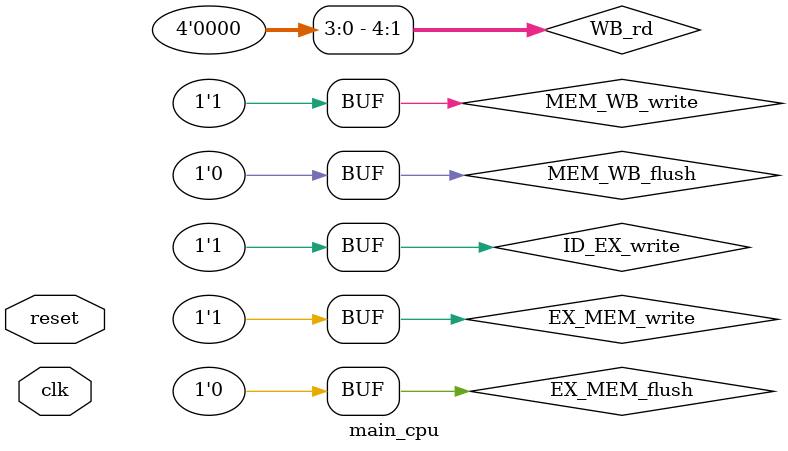
<source format=v>
`timescale 1ns / 1ps

module main_cpu(
	input wire clk,
	input wire reset
);

	// ============================================================
	// IF STAGE
	// ============================================================

	wire [31:0] pc_out;
	reg  [31:0] next_pc;
	wire pc_write;    // hazard unit later
	wire branch_flush;	// for branch flush


	pc PC_inst(
		.clk(clk),
		.reset(reset),
		.pc_write(pc_write),
		.next_pc(next_pc),
		.pc_out(pc_out)
	);

	wire [31:0] instr;
	wire [31:0] EX_MEM_alu;

	instr_mem IMEM_inst(
		.addr(pc_out),
		.instr(instr)
	);


	// ============================================================
	// IF/ID PIPELINE REGISTER
	// ============================================================

	wire [31:0] IF_ID_pc, IF_ID_instr;

	wire IF_ID_flush = branch_flush;   // branch flush
	wire IF_ID_write;   // later: stall

	IF_ID IF_ID_inst(
		.clk(clk),
		.reset(reset),
		.flush(IF_ID_flush),
		.write_enable(IF_ID_write),
		.pc_in(pc_out),
		.instr_in(instr),
		.pc_out(IF_ID_pc),
		.instr_out(IF_ID_instr)
	);


	// ============================================================
	// ID STAGE
	// ============================================================

	wire [4:0] ID_rs1, ID_rs2, ID_rd;
	wire [2:0] ID_funct3;
	wire [6:0] ID_funct7;
	wire [31:0] ID_imm;

	wire [4:0] ID_alu_op;
	wire ID_alu_src;
	wire ID_reg_write, ID_mem_read, ID_mem_write;
	wire ID_is_branch, ID_is_jump;
	wire [1:0] ID_wb_sel;

	wire [31:0] ID_rs1_data, ID_rs2_data;
	wire [4:0] IF_ID_rs1 = IF_ID_instr[19:15];
	wire [4:0] IF_ID_rs2 = IF_ID_instr[24:20];


	instr_decode DEC_inst(
		.instr(IF_ID_instr),
		.opcode(),  // not needed separately
		.rd(ID_rd),
		.rs1(ID_rs1),
		.rs2(ID_rs2),
		.funct3(ID_funct3),
		.funct7(ID_funct7),
		.imm(ID_imm),
		.alu_op(ID_alu_op),
		.alu_src(ID_alu_src),
		.reg_write(ID_reg_write),
		.mem_read(ID_mem_read),
		.mem_write(ID_mem_write),
		.is_branch(ID_is_branch),
		.is_jump(ID_is_jump),
		.wb_sel(ID_wb_sel),
		.mem_size(),
		.mem_signed(),
		.illegal()
	);

	// -------- Register File --------
	wire [31:0] WB_data;
	wire WB_reg_write;
	wire [4:0] WB_rd;

	regfile RF_inst(
		.clk(clk),
		.reset(reset),
		.reg_write(WB_reg_write),
		.rd(WB_rd),
		.rs1(ID_rs1),
		.rs2(ID_rs2),
		.write_data(WB_data),
		.rs1_data(ID_rs1_data),
		.rs2_data(ID_rs2_data)
	);


	// ============================================================
	// ID/EX PIPELINE REGISTER
	// ============================================================

	wire [31:0] ID_EX_pc, ID_EX_rs1, ID_EX_rs2, ID_EX_imm;
	wire [4:0] ID_EX_rs1_addr, ID_EX_rs2_addr, ID_EX_rd;
	wire [4:0] ID_EX_alu_op;
	wire ID_EX_alu_src, ID_EX_is_branch, ID_EX_is_jump;
	wire [2:0] ID_EX_funct3;
	wire ID_EX_reg_write, ID_EX_mem_read, ID_EX_mem_write;
	wire [1:0]  ID_EX_wb_sel;

	wire ID_EX_flush;
	wire ID_EX_flush_final;
	assign ID_EX_flush_final = ID_EX_flush | branch_flush;

	wire ID_EX_write = 1'b1;

	hazard_detection_unit HDU_inst(
		.ID_EX_mem_read(ID_EX_mem_read),
		.ID_EX_rd(ID_EX_rd),

		.IF_ID_rs1(IF_ID_rs1),
		.IF_ID_rs2(IF_ID_rs2),

		.pc_write(pc_write),
		.IF_ID_write(IF_ID_write),
		.ID_EX_flush(ID_EX_flush)
	);


	ID_EX ID_EX_inst(
		.clk(clk),
		.reset(reset),
		.flush(ID_EX_flush_final),
		.write_enable(ID_EX_write),

		.pc_in(IF_ID_pc),
		.rs1_data_in(ID_rs1_data),
		.rs2_data_in(ID_rs2_data),
		.imm_in(ID_imm),

		.rs1_in(ID_rs1),
		.rs2_in(ID_rs2),
		.rd_in(ID_rd),

		.alu_op_in(ID_alu_op),
		.alu_src_in(ID_alu_src),
		.is_branch_in(ID_is_branch),
		.is_jump_in(ID_is_jump),
		.funct3_in(ID_funct3),

		.mem_read_in(ID_mem_read),
		.mem_write_in(ID_mem_write),
		.wb_sel_in(ID_wb_sel),
		.reg_write_in(ID_reg_write),

		.pc_out(ID_EX_pc),
		.rs1_data_out(ID_EX_rs1),
		.rs2_data_out(ID_EX_rs2),
		.imm_out(ID_EX_imm),
		.rs1_out(ID_EX_rs1_addr),
		.rs2_out(ID_EX_rs2_addr),
		.rd_out(ID_EX_rd),

		.alu_op_out(ID_EX_alu_op),
		.alu_src_out(ID_EX_alu_src),
		.is_branch_out(ID_EX_is_branch),
		.is_jump_out(ID_EX_is_jump),
		.funct3_out(ID_EX_funct3),

		.mem_read_out(ID_EX_mem_read),
		.mem_write_out(ID_EX_mem_write),
		.wb_sel_out(ID_EX_wb_sel),
		.reg_write_out(ID_EX_reg_write)
	);


	// ============================================================
	// EX STAGE (with forwarding added)
	// ============================================================

	// ---------- Forwarding Wires ----------
	wire [1:0] ForwardA, ForwardB;

	// forwarded ALU operands
	reg [31:0] EX_rs1_fwd;
	reg [31:0] EX_rs2_fwd;

	// ---------- Forwarding Unit ----------
	forwarding_unit FU_inst(
		.ID_EX_rs1(ID_EX_rs1_addr),
		.ID_EX_rs2(ID_EX_rs2_addr),

		.EX_MEM_reg_write(EX_MEM_reg_write),
		.EX_MEM_rd(EX_MEM_rd),

		.MEM_WB_reg_write(MEM_WB_reg_write),
		.MEM_WB_rd(MEM_WB_rd),

		.forwardA(ForwardA),
		.forwardB(ForwardB)
	);


	// ---------- Forwarding Muxes ----------
	always @(*) begin

	// Forwarding for RS1
	case (ForwardA)
		2'b00: EX_rs1_fwd = ID_EX_rs1;    // from ID/EX
		2'b01: EX_rs1_fwd = EX_MEM_alu;   // from EX/MEM
		2'b10: EX_rs1_fwd = WB_data;      // from MEM/WB
		default: EX_rs1_fwd = ID_EX_rs1;
	endcase

	// Forwarding for RS2
	case (ForwardB)
		2'b00: EX_rs2_fwd = ID_EX_rs2;
		2'b01: EX_rs2_fwd = EX_MEM_alu;
		2'b10: EX_rs2_fwd = WB_data;
		default: EX_rs2_fwd = ID_EX_rs2;
	endcase
	end


	// ---------- EX Top ----------
	wire [31:0] EX_alu_result;
	wire EX_branch_taken;
	wire [31:0] EX_branch_target;

	EX_top EX_inst(
		.pc(ID_EX_pc),
		.rs1_data(EX_rs1_fwd),
		.rs2_data(EX_rs2_fwd),
		.imm(ID_EX_imm),
		.alu_op(ID_EX_alu_op),
		.alu_src(ID_EX_alu_src),
		.is_branch(ID_EX_is_branch),
		.is_jump(ID_EX_is_jump),
		.funct3(ID_EX_funct3),

		.alu_result(EX_alu_result),
		.is_branch_taken(EX_branch_taken),
		.branch_target(EX_branch_target)
	);



	// ============================================================
	// EX/MEM PIPELINE REGISTER
	// ============================================================

	wire [31:0] EX_MEM_pc, EX_MEM_rs2, EX_MEM_branch_target;
	wire EX_MEM_taken, EX_MEM_is_branch, EX_MEM_is_jump;
	wire EX_MEM_mem_read, EX_MEM_mem_write;
	wire [1:0] EX_MEM_wb_sel;

	wire EX_MEM_flush = 1'b0;
	wire EX_MEM_write = 1'b1;

	assign branch_flush = EX_branch_taken;

	EX_MEM EX_MEM_inst(
		.clk(clk),
		.reset(reset),
		.flush(EX_MEM_flush),
		.write_enable(EX_MEM_write),

		.pc_in(ID_EX_pc),
		.rs2_data_in(EX_rs2_fwd),
		.alu_result_in(EX_alu_result),

		.branch_target_in(EX_branch_target),
		.is_branch_taken_in(EX_branch_taken),

		.is_branch_in(ID_EX_is_branch),
		.is_jump_in(ID_EX_is_jump),

		.mem_read_in(ID_EX_mem_read),
		.mem_write_in(ID_EX_mem_write),
		.wb_sel_in(ID_EX_wb_sel),
		.reg_write_in(ID_EX_reg_write),
		.rd_in(ID_EX_rd),

		.pc_out(EX_MEM_pc),
		.rs2_data_out(EX_MEM_rs2),
		.alu_result_out(EX_MEM_alu),
		.branch_target_out(EX_MEM_branch_target),
		.is_branch_taken_out(EX_MEM_taken),
		.is_branch_out(EX_MEM_is_branch),
		.is_jump_out(EX_MEM_is_jump),

		.mem_read_out(EX_MEM_mem_read),
		.mem_write_out(EX_MEM_mem_write),
		.wb_sel_out(EX_MEM_wb_sel),
		.reg_write_out(EX_MEM_reg_write),
		.rd_out(EX_MEM_rd)
	);


	// ============================================================
	// MEM STAGE
	// ============================================================

	wire [31:0] MEM_data_out;

	MEM_top #(.mem_size(2048)) DMEM_inst(
		.clk(clk),
		.mem_read(EX_MEM_mem_read),
		.mem_write(EX_MEM_mem_write),
		.alu_result(EX_MEM_alu),
		.rs2_data(EX_MEM_rs2),
		.mem_data_out(MEM_data_out)
	);


	// ============================================================
	// MEM/WB PIPELINE REGISTER
	// ============================================================

	wire [31:0] MEM_WB_alu, MEM_WB_mem;
	wire [1:0]  MEM_WB_wb_sel;

	wire MEM_WB_flush = 1'b0;
	wire MEM_WB_write = 1'b1;

	MEM_WB MEM_WB_inst(
		.clk(clk),
		.reset(reset),
		.flush(MEM_WB_flush),
		.write_enable(MEM_WB_write),

		.alu_result_in(EX_MEM_alu),
		.mem_data_in(MEM_data_out),

		.wb_sel_in(EX_MEM_wb_sel),
		.reg_write_in(EX_MEM_reg_write),
		.rd_in(EX_MEM_rd),

		.alu_result_out(MEM_WB_alu),
		.mem_data_out(MEM_WB_mem),
		.wb_sel_out(MEM_WB_wb_sel),
		.reg_write_out(MEM_WB_reg_write),
		.rd_out(MEM_WB_rd)
	);


	// ============================================================
	// WB STAGE
	// ============================================================

	WB_top WB_inst(
		.wb_sel(MEM_WB_wb_sel),
		.alu_result(MEM_WB_alu),
		.mem_data_out(MEM_WB_mem),
		.pc_plus_4(EX_MEM_pc + 4),   // alternative: carry PC+4 in ID/EX
		.wb_data(WB_data)
	);

	assign WB_rd = MEM_WB_rd;
	assign WB_reg_write = MEM_WB_reg_write;


	// ============================================================
	// NEXT PC LOGIC
	// ============================================================

	always @(*) begin
		if (EX_MEM_taken)
			next_pc = EX_MEM_branch_target;
		else
			next_pc = pc_out + 4;
	end

endmodule

</source>
